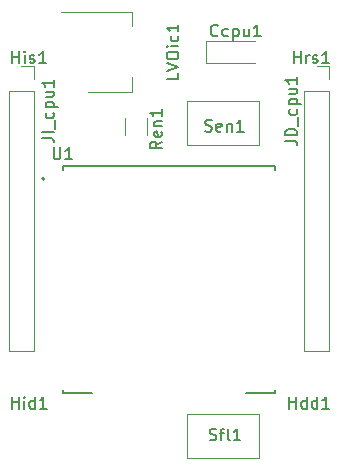
<source format=gto>
%TF.GenerationSoftware,KiCad,Pcbnew,5.1.7-a382d34a8~88~ubuntu18.04.1*%
%TF.CreationDate,2022-05-18T14:25:08-05:00*%
%TF.ProjectId,Global_Val_Sen_CPU,476c6f62-616c-45f5-9661-6c5f53656e5f,rev?*%
%TF.SameCoordinates,Original*%
%TF.FileFunction,Legend,Top*%
%TF.FilePolarity,Positive*%
%FSLAX46Y46*%
G04 Gerber Fmt 4.6, Leading zero omitted, Abs format (unit mm)*
G04 Created by KiCad (PCBNEW 5.1.7-a382d34a8~88~ubuntu18.04.1) date 2022-05-18 14:25:08*
%MOMM*%
%LPD*%
G01*
G04 APERTURE LIST*
%ADD10C,0.120000*%
%ADD11C,0.200000*%
%ADD12C,0.127000*%
%ADD13C,0.150000*%
G04 APERTURE END LIST*
D10*
%TO.C,JD_cpu1*%
X85440000Y-47500000D02*
X87560000Y-47500000D01*
X85440000Y-47500000D02*
X85440000Y-69560000D01*
X85440000Y-69560000D02*
X87560000Y-69560000D01*
X87560000Y-47500000D02*
X87560000Y-69560000D01*
X87560000Y-45440000D02*
X87560000Y-46500000D01*
X86500000Y-45440000D02*
X87560000Y-45440000D01*
%TO.C,JI_cpu1*%
X60440000Y-47500000D02*
X62560000Y-47500000D01*
X60440000Y-47500000D02*
X60440000Y-69560000D01*
X60440000Y-69560000D02*
X62560000Y-69560000D01*
X62560000Y-47500000D02*
X62560000Y-69560000D01*
X62560000Y-45440000D02*
X62560000Y-46500000D01*
X61500000Y-45440000D02*
X62560000Y-45440000D01*
%TO.C,Ccpu1*%
X81250000Y-43265000D02*
X77165000Y-43265000D01*
X77165000Y-43265000D02*
X77165000Y-45135000D01*
X77165000Y-45135000D02*
X81250000Y-45135000D01*
%TO.C,LVOic1*%
X70910000Y-47610000D02*
X70910000Y-46350000D01*
X70910000Y-40790000D02*
X70910000Y-42050000D01*
X67150000Y-47610000D02*
X70910000Y-47610000D01*
X64900000Y-40790000D02*
X70910000Y-40790000D01*
%TO.C,Sfl1*%
X75540000Y-74900000D02*
X81660000Y-74900000D01*
X81660000Y-74900000D02*
X81660000Y-78600000D01*
X81660000Y-78600000D02*
X75540000Y-78600000D01*
X75540000Y-78600000D02*
X75540000Y-74900000D01*
%TO.C,Sen1*%
X81610000Y-52100000D02*
X75490000Y-52100000D01*
X75490000Y-52100000D02*
X75490000Y-48400000D01*
X75490000Y-48400000D02*
X81610000Y-48400000D01*
X81610000Y-48400000D02*
X81610000Y-52100000D01*
%TO.C,Ren1*%
X72110000Y-49772936D02*
X72110000Y-51227064D01*
X70290000Y-49772936D02*
X70290000Y-51227064D01*
D11*
%TO.C,U1*%
X63450000Y-54960000D02*
G75*
G03*
X63450000Y-54960000I-100000J0D01*
G01*
D12*
X83000000Y-73100000D02*
X83000000Y-72800000D01*
X80490000Y-73100000D02*
X83000000Y-73100000D01*
X65000000Y-73100000D02*
X67510000Y-73100000D01*
X65000000Y-72800000D02*
X65000000Y-73100000D01*
X83000000Y-53900000D02*
X83000000Y-54200000D01*
X65000000Y-53900000D02*
X83000000Y-53900000D01*
X65000000Y-54200000D02*
X65000000Y-53900000D01*
%TO.C,JD_cpu1*%
D13*
X83852380Y-51747619D02*
X84566666Y-51747619D01*
X84709523Y-51795238D01*
X84804761Y-51890476D01*
X84852380Y-52033333D01*
X84852380Y-52128571D01*
X84852380Y-51271428D02*
X83852380Y-51271428D01*
X83852380Y-51033333D01*
X83900000Y-50890476D01*
X83995238Y-50795238D01*
X84090476Y-50747619D01*
X84280952Y-50700000D01*
X84423809Y-50700000D01*
X84614285Y-50747619D01*
X84709523Y-50795238D01*
X84804761Y-50890476D01*
X84852380Y-51033333D01*
X84852380Y-51271428D01*
X84947619Y-50509523D02*
X84947619Y-49747619D01*
X84804761Y-49080952D02*
X84852380Y-49176190D01*
X84852380Y-49366666D01*
X84804761Y-49461904D01*
X84757142Y-49509523D01*
X84661904Y-49557142D01*
X84376190Y-49557142D01*
X84280952Y-49509523D01*
X84233333Y-49461904D01*
X84185714Y-49366666D01*
X84185714Y-49176190D01*
X84233333Y-49080952D01*
X84185714Y-48652380D02*
X85185714Y-48652380D01*
X84233333Y-48652380D02*
X84185714Y-48557142D01*
X84185714Y-48366666D01*
X84233333Y-48271428D01*
X84280952Y-48223809D01*
X84376190Y-48176190D01*
X84661904Y-48176190D01*
X84757142Y-48223809D01*
X84804761Y-48271428D01*
X84852380Y-48366666D01*
X84852380Y-48557142D01*
X84804761Y-48652380D01*
X84185714Y-47319047D02*
X84852380Y-47319047D01*
X84185714Y-47747619D02*
X84709523Y-47747619D01*
X84804761Y-47700000D01*
X84852380Y-47604761D01*
X84852380Y-47461904D01*
X84804761Y-47366666D01*
X84757142Y-47319047D01*
X84852380Y-46319047D02*
X84852380Y-46890476D01*
X84852380Y-46604761D02*
X83852380Y-46604761D01*
X83995238Y-46700000D01*
X84090476Y-46795238D01*
X84138095Y-46890476D01*
%TO.C,JI_cpu1*%
X63252380Y-51485714D02*
X63966666Y-51485714D01*
X64109523Y-51533333D01*
X64204761Y-51628571D01*
X64252380Y-51771428D01*
X64252380Y-51866666D01*
X64252380Y-51009523D02*
X63252380Y-51009523D01*
X64347619Y-50771428D02*
X64347619Y-50009523D01*
X64204761Y-49342857D02*
X64252380Y-49438095D01*
X64252380Y-49628571D01*
X64204761Y-49723809D01*
X64157142Y-49771428D01*
X64061904Y-49819047D01*
X63776190Y-49819047D01*
X63680952Y-49771428D01*
X63633333Y-49723809D01*
X63585714Y-49628571D01*
X63585714Y-49438095D01*
X63633333Y-49342857D01*
X63585714Y-48914285D02*
X64585714Y-48914285D01*
X63633333Y-48914285D02*
X63585714Y-48819047D01*
X63585714Y-48628571D01*
X63633333Y-48533333D01*
X63680952Y-48485714D01*
X63776190Y-48438095D01*
X64061904Y-48438095D01*
X64157142Y-48485714D01*
X64204761Y-48533333D01*
X64252380Y-48628571D01*
X64252380Y-48819047D01*
X64204761Y-48914285D01*
X63585714Y-47580952D02*
X64252380Y-47580952D01*
X63585714Y-48009523D02*
X64109523Y-48009523D01*
X64204761Y-47961904D01*
X64252380Y-47866666D01*
X64252380Y-47723809D01*
X64204761Y-47628571D01*
X64157142Y-47580952D01*
X64252380Y-46580952D02*
X64252380Y-47152380D01*
X64252380Y-46866666D02*
X63252380Y-46866666D01*
X63395238Y-46961904D01*
X63490476Y-47057142D01*
X63538095Y-47152380D01*
%TO.C,Ccpu1*%
X78150000Y-42807142D02*
X78102380Y-42854761D01*
X77959523Y-42902380D01*
X77864285Y-42902380D01*
X77721428Y-42854761D01*
X77626190Y-42759523D01*
X77578571Y-42664285D01*
X77530952Y-42473809D01*
X77530952Y-42330952D01*
X77578571Y-42140476D01*
X77626190Y-42045238D01*
X77721428Y-41950000D01*
X77864285Y-41902380D01*
X77959523Y-41902380D01*
X78102380Y-41950000D01*
X78150000Y-41997619D01*
X79007142Y-42854761D02*
X78911904Y-42902380D01*
X78721428Y-42902380D01*
X78626190Y-42854761D01*
X78578571Y-42807142D01*
X78530952Y-42711904D01*
X78530952Y-42426190D01*
X78578571Y-42330952D01*
X78626190Y-42283333D01*
X78721428Y-42235714D01*
X78911904Y-42235714D01*
X79007142Y-42283333D01*
X79435714Y-42235714D02*
X79435714Y-43235714D01*
X79435714Y-42283333D02*
X79530952Y-42235714D01*
X79721428Y-42235714D01*
X79816666Y-42283333D01*
X79864285Y-42330952D01*
X79911904Y-42426190D01*
X79911904Y-42711904D01*
X79864285Y-42807142D01*
X79816666Y-42854761D01*
X79721428Y-42902380D01*
X79530952Y-42902380D01*
X79435714Y-42854761D01*
X80769047Y-42235714D02*
X80769047Y-42902380D01*
X80340476Y-42235714D02*
X80340476Y-42759523D01*
X80388095Y-42854761D01*
X80483333Y-42902380D01*
X80626190Y-42902380D01*
X80721428Y-42854761D01*
X80769047Y-42807142D01*
X81769047Y-42902380D02*
X81197619Y-42902380D01*
X81483333Y-42902380D02*
X81483333Y-41902380D01*
X81388095Y-42045238D01*
X81292857Y-42140476D01*
X81197619Y-42188095D01*
%TO.C,Hrs1*%
X84573809Y-45152380D02*
X84573809Y-44152380D01*
X84573809Y-44628571D02*
X85145238Y-44628571D01*
X85145238Y-45152380D02*
X85145238Y-44152380D01*
X85621428Y-45152380D02*
X85621428Y-44485714D01*
X85621428Y-44676190D02*
X85669047Y-44580952D01*
X85716666Y-44533333D01*
X85811904Y-44485714D01*
X85907142Y-44485714D01*
X86192857Y-45104761D02*
X86288095Y-45152380D01*
X86478571Y-45152380D01*
X86573809Y-45104761D01*
X86621428Y-45009523D01*
X86621428Y-44961904D01*
X86573809Y-44866666D01*
X86478571Y-44819047D01*
X86335714Y-44819047D01*
X86240476Y-44771428D01*
X86192857Y-44676190D01*
X86192857Y-44628571D01*
X86240476Y-44533333D01*
X86335714Y-44485714D01*
X86478571Y-44485714D01*
X86573809Y-44533333D01*
X87573809Y-45152380D02*
X87002380Y-45152380D01*
X87288095Y-45152380D02*
X87288095Y-44152380D01*
X87192857Y-44295238D01*
X87097619Y-44390476D01*
X87002380Y-44438095D01*
%TO.C,Hdd1*%
X84183333Y-74402380D02*
X84183333Y-73402380D01*
X84183333Y-73878571D02*
X84754761Y-73878571D01*
X84754761Y-74402380D02*
X84754761Y-73402380D01*
X85659523Y-74402380D02*
X85659523Y-73402380D01*
X85659523Y-74354761D02*
X85564285Y-74402380D01*
X85373809Y-74402380D01*
X85278571Y-74354761D01*
X85230952Y-74307142D01*
X85183333Y-74211904D01*
X85183333Y-73926190D01*
X85230952Y-73830952D01*
X85278571Y-73783333D01*
X85373809Y-73735714D01*
X85564285Y-73735714D01*
X85659523Y-73783333D01*
X86564285Y-74402380D02*
X86564285Y-73402380D01*
X86564285Y-74354761D02*
X86469047Y-74402380D01*
X86278571Y-74402380D01*
X86183333Y-74354761D01*
X86135714Y-74307142D01*
X86088095Y-74211904D01*
X86088095Y-73926190D01*
X86135714Y-73830952D01*
X86183333Y-73783333D01*
X86278571Y-73735714D01*
X86469047Y-73735714D01*
X86564285Y-73783333D01*
X87564285Y-74402380D02*
X86992857Y-74402380D01*
X87278571Y-74402380D02*
X87278571Y-73402380D01*
X87183333Y-73545238D01*
X87088095Y-73640476D01*
X86992857Y-73688095D01*
%TO.C,His1*%
X60745238Y-45152380D02*
X60745238Y-44152380D01*
X60745238Y-44628571D02*
X61316666Y-44628571D01*
X61316666Y-45152380D02*
X61316666Y-44152380D01*
X61792857Y-45152380D02*
X61792857Y-44485714D01*
X61792857Y-44152380D02*
X61745238Y-44200000D01*
X61792857Y-44247619D01*
X61840476Y-44200000D01*
X61792857Y-44152380D01*
X61792857Y-44247619D01*
X62221428Y-45104761D02*
X62316666Y-45152380D01*
X62507142Y-45152380D01*
X62602380Y-45104761D01*
X62650000Y-45009523D01*
X62650000Y-44961904D01*
X62602380Y-44866666D01*
X62507142Y-44819047D01*
X62364285Y-44819047D01*
X62269047Y-44771428D01*
X62221428Y-44676190D01*
X62221428Y-44628571D01*
X62269047Y-44533333D01*
X62364285Y-44485714D01*
X62507142Y-44485714D01*
X62602380Y-44533333D01*
X63602380Y-45152380D02*
X63030952Y-45152380D01*
X63316666Y-45152380D02*
X63316666Y-44152380D01*
X63221428Y-44295238D01*
X63126190Y-44390476D01*
X63030952Y-44438095D01*
%TO.C,Hid1*%
X60697619Y-74402380D02*
X60697619Y-73402380D01*
X60697619Y-73878571D02*
X61269047Y-73878571D01*
X61269047Y-74402380D02*
X61269047Y-73402380D01*
X61745238Y-74402380D02*
X61745238Y-73735714D01*
X61745238Y-73402380D02*
X61697619Y-73450000D01*
X61745238Y-73497619D01*
X61792857Y-73450000D01*
X61745238Y-73402380D01*
X61745238Y-73497619D01*
X62650000Y-74402380D02*
X62650000Y-73402380D01*
X62650000Y-74354761D02*
X62554761Y-74402380D01*
X62364285Y-74402380D01*
X62269047Y-74354761D01*
X62221428Y-74307142D01*
X62173809Y-74211904D01*
X62173809Y-73926190D01*
X62221428Y-73830952D01*
X62269047Y-73783333D01*
X62364285Y-73735714D01*
X62554761Y-73735714D01*
X62650000Y-73783333D01*
X63650000Y-74402380D02*
X63078571Y-74402380D01*
X63364285Y-74402380D02*
X63364285Y-73402380D01*
X63269047Y-73545238D01*
X63173809Y-73640476D01*
X63078571Y-73688095D01*
%TO.C,LVOic1*%
X74802380Y-45985714D02*
X74802380Y-46461904D01*
X73802380Y-46461904D01*
X73802380Y-45795238D02*
X74802380Y-45461904D01*
X73802380Y-45128571D01*
X73802380Y-44604761D02*
X73802380Y-44414285D01*
X73850000Y-44319047D01*
X73945238Y-44223809D01*
X74135714Y-44176190D01*
X74469047Y-44176190D01*
X74659523Y-44223809D01*
X74754761Y-44319047D01*
X74802380Y-44414285D01*
X74802380Y-44604761D01*
X74754761Y-44700000D01*
X74659523Y-44795238D01*
X74469047Y-44842857D01*
X74135714Y-44842857D01*
X73945238Y-44795238D01*
X73850000Y-44700000D01*
X73802380Y-44604761D01*
X74802380Y-43747619D02*
X74135714Y-43747619D01*
X73802380Y-43747619D02*
X73850000Y-43795238D01*
X73897619Y-43747619D01*
X73850000Y-43700000D01*
X73802380Y-43747619D01*
X73897619Y-43747619D01*
X74754761Y-42842857D02*
X74802380Y-42938095D01*
X74802380Y-43128571D01*
X74754761Y-43223809D01*
X74707142Y-43271428D01*
X74611904Y-43319047D01*
X74326190Y-43319047D01*
X74230952Y-43271428D01*
X74183333Y-43223809D01*
X74135714Y-43128571D01*
X74135714Y-42938095D01*
X74183333Y-42842857D01*
X74802380Y-41890476D02*
X74802380Y-42461904D01*
X74802380Y-42176190D02*
X73802380Y-42176190D01*
X73945238Y-42271428D01*
X74040476Y-42366666D01*
X74088095Y-42461904D01*
%TO.C,Sfl1*%
X77440476Y-77054761D02*
X77583333Y-77102380D01*
X77821428Y-77102380D01*
X77916666Y-77054761D01*
X77964285Y-77007142D01*
X78011904Y-76911904D01*
X78011904Y-76816666D01*
X77964285Y-76721428D01*
X77916666Y-76673809D01*
X77821428Y-76626190D01*
X77630952Y-76578571D01*
X77535714Y-76530952D01*
X77488095Y-76483333D01*
X77440476Y-76388095D01*
X77440476Y-76292857D01*
X77488095Y-76197619D01*
X77535714Y-76150000D01*
X77630952Y-76102380D01*
X77869047Y-76102380D01*
X78011904Y-76150000D01*
X78297619Y-76435714D02*
X78678571Y-76435714D01*
X78440476Y-77102380D02*
X78440476Y-76245238D01*
X78488095Y-76150000D01*
X78583333Y-76102380D01*
X78678571Y-76102380D01*
X79154761Y-77102380D02*
X79059523Y-77054761D01*
X79011904Y-76959523D01*
X79011904Y-76102380D01*
X80059523Y-77102380D02*
X79488095Y-77102380D01*
X79773809Y-77102380D02*
X79773809Y-76102380D01*
X79678571Y-76245238D01*
X79583333Y-76340476D01*
X79488095Y-76388095D01*
%TO.C,Sen1*%
X77057142Y-50904761D02*
X77200000Y-50952380D01*
X77438095Y-50952380D01*
X77533333Y-50904761D01*
X77580952Y-50857142D01*
X77628571Y-50761904D01*
X77628571Y-50666666D01*
X77580952Y-50571428D01*
X77533333Y-50523809D01*
X77438095Y-50476190D01*
X77247619Y-50428571D01*
X77152380Y-50380952D01*
X77104761Y-50333333D01*
X77057142Y-50238095D01*
X77057142Y-50142857D01*
X77104761Y-50047619D01*
X77152380Y-50000000D01*
X77247619Y-49952380D01*
X77485714Y-49952380D01*
X77628571Y-50000000D01*
X78438095Y-50904761D02*
X78342857Y-50952380D01*
X78152380Y-50952380D01*
X78057142Y-50904761D01*
X78009523Y-50809523D01*
X78009523Y-50428571D01*
X78057142Y-50333333D01*
X78152380Y-50285714D01*
X78342857Y-50285714D01*
X78438095Y-50333333D01*
X78485714Y-50428571D01*
X78485714Y-50523809D01*
X78009523Y-50619047D01*
X78914285Y-50285714D02*
X78914285Y-50952380D01*
X78914285Y-50380952D02*
X78961904Y-50333333D01*
X79057142Y-50285714D01*
X79200000Y-50285714D01*
X79295238Y-50333333D01*
X79342857Y-50428571D01*
X79342857Y-50952380D01*
X80342857Y-50952380D02*
X79771428Y-50952380D01*
X80057142Y-50952380D02*
X80057142Y-49952380D01*
X79961904Y-50095238D01*
X79866666Y-50190476D01*
X79771428Y-50238095D01*
%TO.C,Ren1*%
X73402380Y-51797619D02*
X72926190Y-52130952D01*
X73402380Y-52369047D02*
X72402380Y-52369047D01*
X72402380Y-51988095D01*
X72450000Y-51892857D01*
X72497619Y-51845238D01*
X72592857Y-51797619D01*
X72735714Y-51797619D01*
X72830952Y-51845238D01*
X72878571Y-51892857D01*
X72926190Y-51988095D01*
X72926190Y-52369047D01*
X73354761Y-50988095D02*
X73402380Y-51083333D01*
X73402380Y-51273809D01*
X73354761Y-51369047D01*
X73259523Y-51416666D01*
X72878571Y-51416666D01*
X72783333Y-51369047D01*
X72735714Y-51273809D01*
X72735714Y-51083333D01*
X72783333Y-50988095D01*
X72878571Y-50940476D01*
X72973809Y-50940476D01*
X73069047Y-51416666D01*
X72735714Y-50511904D02*
X73402380Y-50511904D01*
X72830952Y-50511904D02*
X72783333Y-50464285D01*
X72735714Y-50369047D01*
X72735714Y-50226190D01*
X72783333Y-50130952D01*
X72878571Y-50083333D01*
X73402380Y-50083333D01*
X73402380Y-49083333D02*
X73402380Y-49654761D01*
X73402380Y-49369047D02*
X72402380Y-49369047D01*
X72545238Y-49464285D01*
X72640476Y-49559523D01*
X72688095Y-49654761D01*
%TO.C,U1*%
X64237225Y-52301755D02*
X64237225Y-53112203D01*
X64284898Y-53207550D01*
X64332572Y-53255224D01*
X64427918Y-53302897D01*
X64618612Y-53302897D01*
X64713959Y-53255224D01*
X64761632Y-53207550D01*
X64809306Y-53112203D01*
X64809306Y-52301755D01*
X65810448Y-53302897D02*
X65238367Y-53302897D01*
X65524407Y-53302897D02*
X65524407Y-52301755D01*
X65429060Y-52444775D01*
X65333714Y-52540122D01*
X65238367Y-52587796D01*
%TD*%
M02*

</source>
